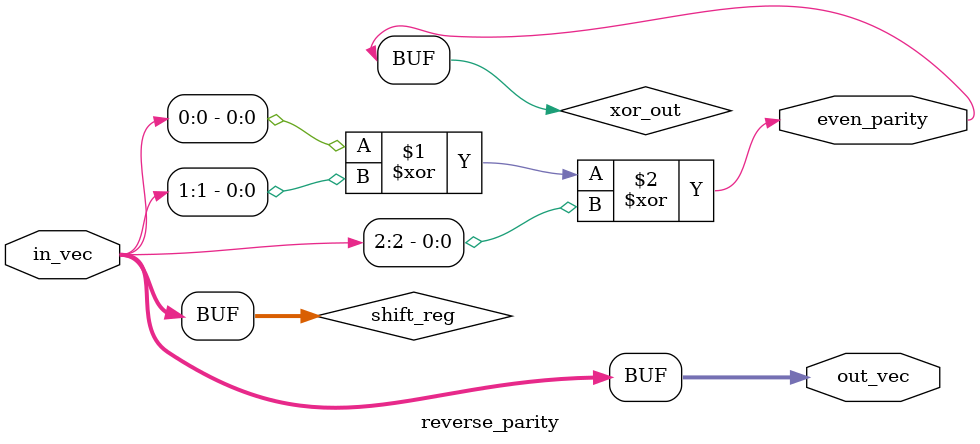
<source format=v>
module reverse_parity(input [2:0] in_vec, output [2:0] out_vec, output even_parity);

  reg [2:0] shift_reg;
  wire xor_out;

  assign xor_out = in_vec[0] ^ in_vec[1] ^ in_vec[2];

  always @ (in_vec) begin
    shift_reg <= {in_vec[2], in_vec[1], in_vec[0]};
  end

  assign out_vec = shift_reg;
  assign even_parity = xor_out;

endmodule
</source>
